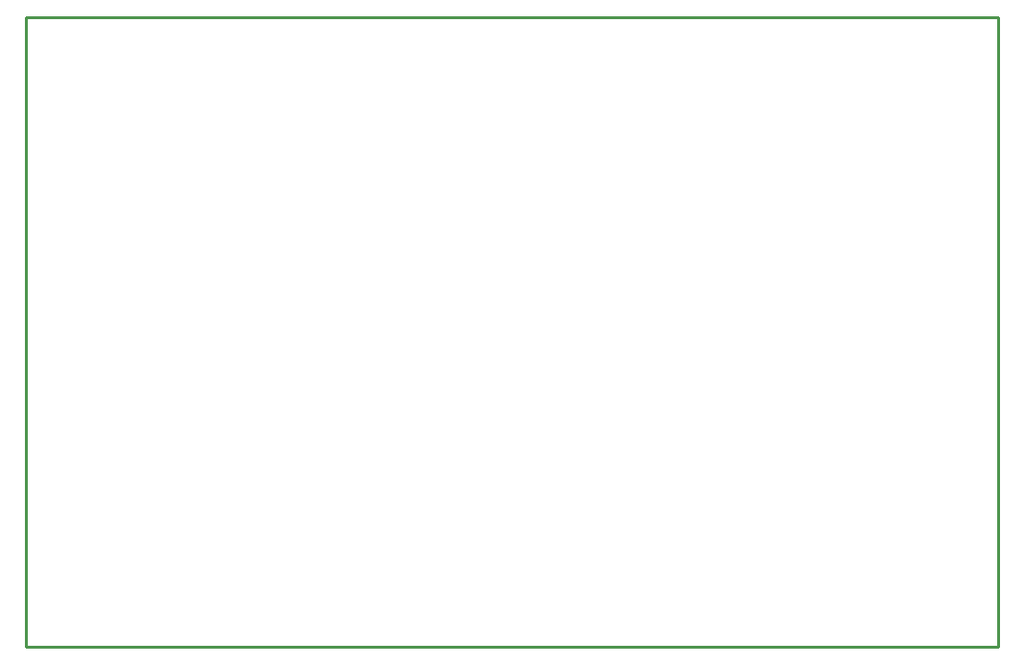
<source format=gko>
G04 Layer: BoardOutlineLayer*
G04 EasyEDA v6.5.40, 2024-02-15 13:07:32*
G04 3051d7fe94b74b85aaa247d59f2a5175,7a4bf17ae9984c6ea0cf7d4767ac866e,10*
G04 Gerber Generator version 0.2*
G04 Scale: 100 percent, Rotated: No, Reflected: No *
G04 Dimensions in millimeters *
G04 leading zeros omitted , absolute positions ,4 integer and 5 decimal *
%FSLAX45Y45*%
%MOMM*%

%ADD10C,0.2540*%
D10*
X25400Y-12700D02*
G01*
X8572500Y-12700D01*
X8572500Y-5575300D01*
X-12700Y-5575300D01*
X-12700Y-12700D01*
X25400Y-12700D01*

%LPD*%
M02*

</source>
